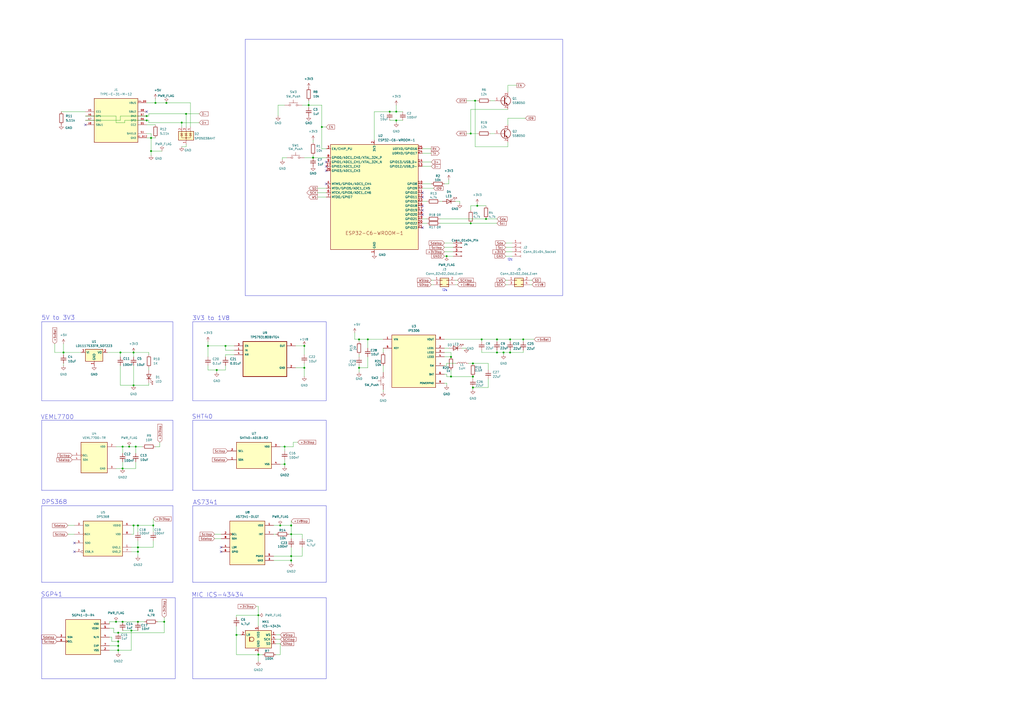
<source format=kicad_sch>
(kicad_sch (version 20250114) (generator "eeschema") (generator_version "9.0")
  (paper "A2")
  (text "i2s\n" (at 258.064 168.402 0) (effects (font (size 1.27 1.27))))
  (text "SGP41" (at 29.972 344.932 0) (effects (font (size 2.54 2.54))))
  (text "3V3 to 1V8" (at 122.428 184.658 0) (effects (font (size 2.54 2.54))))
  (text "DPS368\n" (at 31.496 291.338 0) (effects (font (size 2.54 2.54))))
  (text "5V to 3V3\n" (at 33.782 184.404 0) (effects (font (size 2.54 2.54))))
  (text "SHT40" (at 117.348 241.808 0) (effects (font (size 2.54 2.54))))
  (text "VEML7700\n" (at 33.274 242.062 0) (effects (font (size 2.54 2.54))))
  (text "MIC ICS-43434\n" (at 126.238 345.186 0) (effects (font (size 2.54 2.54))))
  (text "i2c\n" (at 295.91 150.622 0) (effects (font (size 1.27 1.27))))
  (text "AS7341\n" (at 119.126 291.592 0) (effects (font (size 2.54 2.54))))
  (junction (at 186.69 73.66))
  (junction (at 168.91 325.12))
  (junction (at 168.91 309.88))
  (junction (at 281.94 127))
  (junction (at 120.65 200.66))
  (junction (at 71.12 271.78))
  (junction (at 276.86 119.38))
  (junction (at 68.58 374.65))
  (junction (at 295.91 196.85))
  (junction (at 90.17 59.69))
  (junction (at 213.36 196.85))
  (junction (at 36.83 204.47))
  (junction (at 168.91 322.58))
  (junction (at 288.29 196.85))
  (junction (at 80.01 317.5))
  (junction (at 208.28 196.85))
  (junction (at 261.62 207.01))
  (junction (at 67.31 360.68))
  (junction (at 68.58 372.11))
  (junction (at 208.28 213.36))
  (junction (at 80.01 304.8))
  (junction (at 259.08 148.59))
  (junction (at 78.74 259.08))
  (junction (at 96.52 59.69))
  (junction (at 77.47 204.47))
  (junction (at 226.06 64.77))
  (junction (at 85.09 69.85))
  (junction (at 87.63 87.63))
  (junction (at 303.53 196.85))
  (junction (at 275.59 58.42))
  (junction (at 125.73 214.63))
  (junction (at 77.47 223.52))
  (junction (at 179.07 60.96))
  (junction (at 273.05 77.47))
  (junction (at 295.91 204.47))
  (junction (at 229.87 69.85))
  (junction (at 68.58 367.03))
  (junction (at 77.47 304.8))
  (junction (at 107.95 66.04))
  (junction (at 80.01 320.04))
  (junction (at 149.86 379.73))
  (junction (at 292.1 204.47))
  (junction (at 85.09 67.31))
  (junction (at 176.53 200.66))
  (junction (at 71.12 259.08))
  (junction (at 69.85 204.47))
  (junction (at 165.1 269.24))
  (junction (at 88.9 304.8))
  (junction (at 149.86 356.87))
  (junction (at 74.93 259.08))
  (junction (at 162.56 304.8))
  (junction (at 105.41 71.12))
  (junction (at 137.16 368.3))
  (junction (at 274.32 210.82))
  (junction (at 176.53 213.36))
  (junction (at 274.32 224.79))
  (junction (at 68.58 377.19))
  (junction (at 165.1 259.08))
  (junction (at 168.91 304.8))
  (junction (at 229.87 64.77))
  (junction (at 273.05 129.54))
  (junction (at 80.01 360.68))
  (junction (at 76.2 365.76))
  (junction (at 279.4 196.85))
  (junction (at 261.62 218.44))
  (junction (at 181.61 91.44))
  (junction (at 130.81 200.66))
  (junction (at 95.25 360.68))
  (junction (at 71.12 360.68))
  (junction (at 274.32 218.44))
  (junction (at 87.63 80.01))
  (junction (at 288.29 204.47))
  (no_connect (at 189.23 106.68))
  (no_connect (at 245.11 124.46))
  (no_connect (at 245.11 111.76))
  (no_connect (at 49.53 72.39))
  (no_connect (at 128.27 317.5))
  (no_connect (at 245.11 121.92))
  (no_connect (at 43.18 320.04))
  (no_connect (at 43.18 314.96))
  (no_connect (at 189.23 99.06))
  (no_connect (at 245.11 132.08))
  (no_connect (at 85.09 64.77))
  (no_connect (at 245.11 119.38))
  (no_connect (at 189.23 96.52))
  (no_connect (at 128.27 320.04))
  (no_connect (at 189.23 93.98))
  (no_connect (at 245.11 114.3))
  (wire (pts (xy 273.05 121.92) (xy 273.05 119.38)))
  (wire (pts (xy 167.64 309.88) (xy 168.91 309.88)))
  (wire (pts (xy 160.02 370.84) (xy 162.56 370.84)))
  (wire (pts (xy 293.37 165.1) (xy 294.64 165.1)))
  (wire (pts (xy 257.81 212.09) (xy 259.08 212.09)))
  (polyline (pts (xy 326.39 22.86) (xy 326.39 171.45)))
  (wire (pts (xy 294.64 53.34) (xy 294.64 49.53)))
  (wire (pts (xy 271.78 210.82) (xy 274.32 210.82)))
  (wire (pts (xy 149.86 351.79) (xy 149.86 356.87)))
  (wire (pts (xy 279.4 198.12) (xy 279.4 196.85)))
  (wire (pts (xy 69.85 212.09) (xy 69.85 223.52)))
  (wire (pts (xy 63.5 360.68) (xy 63.5 361.95)))
  (polyline (pts (xy 111.76 243.84) (xy 111.76 284.48)))
  (wire (pts (xy 273.05 77.47) (xy 276.86 77.47)))
  (wire (pts (xy 259.08 210.82) (xy 259.08 212.09)))
  (wire (pts (xy 86.36 66.04) (xy 86.36 67.31)))
  (wire (pts (xy 69.85 69.85) (xy 69.85 67.31)))
  (wire (pts (xy 168.91 309.88) (xy 175.26 309.88)))
  (wire (pts (xy 85.09 77.47) (xy 87.63 77.47)))
  (wire (pts (xy 85.09 59.69) (xy 90.17 59.69)))
  (wire (pts (xy 87.63 77.47) (xy 87.63 80.01)))
  (wire (pts (xy 149.86 356.87) (xy 149.86 363.22)))
  (wire (pts (xy 292.1 204.47) (xy 295.91 204.47)))
  (wire (pts (xy 259.08 222.25) (xy 259.08 223.52)))
  (wire (pts (xy 86.36 213.36) (xy 86.36 214.63)))
  (polyline (pts (xy 111.76 243.84) (xy 189.23 243.84)))
  (wire (pts (xy 67.31 360.68) (xy 71.12 360.68)))
  (wire (pts (xy 273.05 63.5) (xy 273.05 77.47)))
  (wire (pts (xy 165.1 259.08) (xy 162.56 259.08)))
  (wire (pts (xy 259.08 218.44) (xy 261.62 218.44)))
  (wire (pts (xy 36.83 204.47) (xy 46.99 204.47)))
  (wire (pts (xy 71.12 259.08) (xy 74.93 259.08)))
  (wire (pts (xy 245.11 127) (xy 247.65 127)))
  (wire (pts (xy 184.15 114.3) (xy 189.23 114.3)))
  (wire (pts (xy 78.74 259.08) (xy 78.74 262.89)))
  (wire (pts (xy 86.36 66.04) (xy 107.95 66.04)))
  (wire (pts (xy 292.1 205.74) (xy 292.1 204.47)))
  (wire (pts (xy 74.93 259.08) (xy 78.74 259.08)))
  (wire (pts (xy 95.25 360.68) (xy 91.44 360.68)))
  (wire (pts (xy 72.39 71.12) (xy 72.39 69.85)))
  (wire (pts (xy 148.59 351.79) (xy 149.86 351.79)))
  (wire (pts (xy 95.25 358.14) (xy 95.25 360.68)))
  (wire (pts (xy 64.77 372.11) (xy 64.77 369.57)))
  (wire (pts (xy 168.91 302.26) (xy 168.91 304.8)))
  (wire (pts (xy 208.28 205.74) (xy 208.28 207.01)))
  (wire (pts (xy 162.56 304.8) (xy 168.91 304.8)))
  (wire (pts (xy 257.81 222.25) (xy 259.08 222.25)))
  (wire (pts (xy 87.63 80.01) (xy 87.63 87.63)))
  (wire (pts (xy 39.37 304.8) (xy 43.18 304.8)))
  (wire (pts (xy 36.83 212.09) (xy 36.83 210.82)))
  (wire (pts (xy 69.85 67.31) (xy 85.09 67.31)))
  (wire (pts (xy 266.7 116.84) (xy 266.7 118.11)))
  (wire (pts (xy 229.87 60.96) (xy 229.87 64.77)))
  (wire (pts (xy 176.53 205.74) (xy 176.53 200.66)))
  (wire (pts (xy 303.53 196.85) (xy 303.53 198.12)))
  (wire (pts (xy 66.04 364.49) (xy 63.5 364.49)))
  (wire (pts (xy 86.36 69.85) (xy 85.09 69.85)))
  (wire (pts (xy 67.31 259.08) (xy 71.12 259.08)))
  (wire (pts (xy 77.47 204.47) (xy 77.47 207.01)))
  (wire (pts (xy 88.9 308.61) (xy 88.9 304.8)))
  (wire (pts (xy 158.75 304.8) (xy 162.56 304.8)))
  (polyline (pts (xy 111.76 186.69) (xy 111.76 232.41)))
  (polyline (pts (xy 111.76 293.37) (xy 189.23 293.37)))
  (wire (pts (xy 283.21 224.79) (xy 274.32 224.79)))
  (wire (pts (xy 76.2 365.76) (xy 80.01 365.76)))
  (wire (pts (xy 161.29 60.96) (xy 165.1 60.96)))
  (wire (pts (xy 308.61 162.56) (xy 307.34 162.56)))
  (wire (pts (xy 245.11 109.22) (xy 251.46 109.22)))
  (wire (pts (xy 135.89 205.74) (xy 130.81 205.74)))
  (wire (pts (xy 87.63 87.63) (xy 87.63 90.17)))
  (wire (pts (xy 275.59 58.42) (xy 275.59 85.09)))
  (wire (pts (xy 168.91 322.58) (xy 168.91 325.12)))
  (wire (pts (xy 303.53 204.47) (xy 295.91 204.47)))
  (wire (pts (xy 257.81 207.01) (xy 261.62 207.01)))
  (wire (pts (xy 295.91 203.2) (xy 295.91 204.47)))
  (polyline (pts (xy 100.33 337.82) (xy 100.33 293.37)))
  (polyline (pts (xy 111.76 232.41) (xy 189.23 232.41)))
  (wire (pts (xy 250.19 162.56) (xy 251.46 162.56)))
  (wire (pts (xy 67.31 67.31) (xy 67.31 71.12)))
  (wire (pts (xy 36.83 199.39) (xy 36.83 204.47)))
  (wire (pts (xy 279.4 196.85) (xy 288.29 196.85)))
  (wire (pts (xy 274.32 226.06) (xy 274.32 224.79)))
  (wire (pts (xy 175.26 60.96) (xy 179.07 60.96)))
  (wire (pts (xy 283.21 219.71) (xy 283.21 224.79)))
  (wire (pts (xy 171.45 213.36) (xy 176.53 213.36)))
  (polyline (pts (xy 101.6 393.7) (xy 101.6 346.71)))
  (wire (pts (xy 66.04 367.03) (xy 66.04 364.49)))
  (wire (pts (xy 71.12 365.76) (xy 76.2 365.76)))
  (wire (pts (xy 160.02 309.88) (xy 158.75 309.88)))
  (polyline (pts (xy 24.13 346.71) (xy 24.13 393.7)))
  (wire (pts (xy 87.63 80.01) (xy 90.17 80.01)))
  (wire (pts (xy 137.16 368.3) (xy 137.16 379.73)))
  (wire (pts (xy 274.32 210.82) (xy 283.21 210.82)))
  (wire (pts (xy 288.29 204.47) (xy 292.1 204.47)))
  (wire (pts (xy 274.32 218.44) (xy 274.32 219.71)))
  (wire (pts (xy 264.16 116.84) (xy 266.7 116.84)))
  (wire (pts (xy 105.41 71.12) (xy 115.57 71.12)))
  (wire (pts (xy 175.26 312.42) (xy 175.26 309.88)))
  (wire (pts (xy 275.59 58.42) (xy 276.86 58.42)))
  (wire (pts (xy 288.29 198.12) (xy 288.29 196.85)))
  (polyline (pts (xy 111.76 337.82) (xy 189.23 337.82)))
  (wire (pts (xy 222.25 201.93) (xy 222.25 204.47)))
  (wire (pts (xy 281.94 127) (xy 288.29 127)))
  (polyline (pts (xy 24.13 284.48) (xy 100.33 284.48)))
  (wire (pts (xy 294.64 49.53) (xy 299.72 49.53)))
  (wire (pts (xy 229.87 69.85) (xy 233.68 69.85)))
  (wire (pts (xy 270.51 77.47) (xy 273.05 77.47)))
  (wire (pts (xy 293.37 162.56) (xy 294.64 162.56)))
  (wire (pts (xy 176.53 213.36) (xy 176.53 218.44)))
  (polyline (pts (xy 111.76 346.71) (xy 111.76 393.7)))
  (wire (pts (xy 264.16 162.56) (xy 265.43 162.56)))
  (wire (pts (xy 76.2 365.76) (xy 76.2 377.19)))
  (wire (pts (xy 107.95 83.82) (xy 107.95 85.09)))
  (wire (pts (xy 76.2 320.04) (xy 80.01 320.04)))
  (wire (pts (xy 205.74 193.04) (xy 205.74 196.85)))
  (wire (pts (xy 260.35 106.68) (xy 257.81 106.68)))
  (wire (pts (xy 245.11 93.98) (xy 250.19 93.98)))
  (wire (pts (xy 35.56 64.77) (xy 49.53 64.77)))
  (polyline (pts (xy 24.13 232.41) (xy 100.33 232.41)))
  (wire (pts (xy 288.29 196.85) (xy 295.91 196.85)))
  (wire (pts (xy 261.62 214.63) (xy 261.62 218.44)))
  (wire (pts (xy 135.89 203.2) (xy 130.81 203.2)))
  (polyline (pts (xy 24.13 186.69) (xy 100.33 186.69)))
  (wire (pts (xy 165.1 261.62) (xy 165.1 259.08)))
  (wire (pts (xy 170.18 259.08) (xy 165.1 259.08)))
  (wire (pts (xy 130.81 214.63) (xy 130.81 212.09)))
  (wire (pts (xy 76.2 377.19) (xy 68.58 377.19)))
  (wire (pts (xy 68.58 367.03) (xy 95.25 367.03)))
  (polyline (pts (xy 189.23 284.48) (xy 189.23 243.84)))
  (wire (pts (xy 294.64 82.55) (xy 294.64 85.09)))
  (wire (pts (xy 105.41 71.12) (xy 105.41 73.66)))
  (wire (pts (xy 245.11 88.9) (xy 250.19 88.9)))
  (polyline (pts (xy 24.13 243.84) (xy 24.13 284.48)))
  (wire (pts (xy 229.87 64.77) (xy 233.68 64.77)))
  (wire (pts (xy 71.12 360.68) (xy 80.01 360.68)))
  (wire (pts (xy 168.91 325.12) (xy 168.91 326.39)))
  (wire (pts (xy 80.01 313.69) (xy 80.01 317.5)))
  (wire (pts (xy 125.73 215.9) (xy 125.73 214.63)))
  (wire (pts (xy 63.5 377.19) (xy 68.58 377.19)))
  (wire (pts (xy 31.75 199.39) (xy 31.75 204.47)))
  (polyline (pts (xy 189.23 232.41) (xy 189.23 186.69)))
  (wire (pts (xy 284.48 58.42) (xy 287.02 58.42)))
  (polyline (pts (xy 24.13 293.37) (xy 24.13 337.82)))
  (wire (pts (xy 283.21 214.63) (xy 283.21 210.82)))
  (wire (pts (xy 120.65 200.66) (xy 120.65 207.01)))
  (wire (pts (xy 293.37 146.05) (xy 297.18 146.05)))
  (wire (pts (xy 149.86 379.73) (xy 149.86 378.46)))
  (wire (pts (xy 303.53 203.2) (xy 303.53 204.47)))
  (polyline (pts (xy 189.23 393.7) (xy 189.23 346.71)))
  (wire (pts (xy 66.04 367.03) (xy 68.58 367.03)))
  (wire (pts (xy 261.62 218.44) (xy 274.32 218.44)))
  (wire (pts (xy 77.47 223.52) (xy 86.36 223.52)))
  (wire (pts (xy 80.01 320.04) (xy 80.01 322.58)))
  (wire (pts (xy 171.45 200.66) (xy 176.53 200.66)))
  (wire (pts (xy 130.81 205.74) (xy 130.81 207.01)))
  (wire (pts (xy 255.27 129.54) (xy 273.05 129.54)))
  (wire (pts (xy 179.07 58.42) (xy 179.07 60.96)))
  (wire (pts (xy 181.61 90.17) (xy 181.61 91.44)))
  (wire (pts (xy 110.49 59.69) (xy 96.52 59.69)))
  (wire (pts (xy 149.86 379.73) (xy 149.86 383.54)))
  (wire (pts (xy 137.16 358.14) (xy 137.16 356.87)))
  (wire (pts (xy 137.16 363.22) (xy 137.16 368.3)))
  (wire (pts (xy 261.62 204.47) (xy 261.62 207.01)))
  (wire (pts (xy 293.37 140.97) (xy 297.18 140.97)))
  (wire (pts (xy 163.83 91.44) (xy 166.37 91.44)))
  (wire (pts (xy 186.69 86.36) (xy 189.23 86.36)))
  (wire (pts (xy 295.91 196.85) (xy 303.53 196.85)))
  (wire (pts (xy 208.28 196.85) (xy 213.36 196.85)))
  (wire (pts (xy 49.53 69.85) (xy 69.85 69.85)))
  (wire (pts (xy 189.23 73.66) (xy 186.69 73.66)))
  (wire (pts (xy 80.01 308.61) (xy 80.01 304.8)))
  (wire (pts (xy 175.26 317.5) (xy 175.26 322.58)))
  (wire (pts (xy 86.36 223.52) (xy 86.36 222.25)))
  (wire (pts (xy 86.36 67.31) (xy 85.09 67.31)))
  (wire (pts (xy 77.47 304.8) (xy 77.47 309.88)))
  (wire (pts (xy 77.47 212.09) (xy 77.47 223.52)))
  (wire (pts (xy 293.37 148.59) (xy 297.18 148.59)))
  (wire (pts (xy 49.53 67.31) (xy 67.31 67.31)))
  (wire (pts (xy 80.01 304.8) (xy 77.47 304.8)))
  (wire (pts (xy 80.01 317.5) (xy 88.9 317.5)))
  (wire (pts (xy 245.11 106.68) (xy 250.19 106.68)))
  (wire (pts (xy 161.29 60.96) (xy 161.29 67.31)))
  (wire (pts (xy 170.18 256.54) (xy 172.72 256.54)))
  (wire (pts (xy 67.31 71.12) (xy 72.39 71.12)))
  (wire (pts (xy 80.01 317.5) (xy 80.01 320.04)))
  (wire (pts (xy 85.09 80.01) (xy 87.63 80.01)))
  (wire (pts (xy 120.65 212.09) (xy 120.65 214.63)))
  (wire (pts (xy 62.23 204.47) (xy 69.85 204.47)))
  (wire (pts (xy 36.83 204.47) (xy 36.83 205.74)))
  (wire (pts (xy 184.15 109.22) (xy 189.23 109.22)))
  (wire (pts (xy 186.69 73.66) (xy 186.69 86.36)))
  (wire (pts (xy 107.95 85.09) (xy 105.41 85.09)))
  (wire (pts (xy 158.75 325.12) (xy 168.91 325.12)))
  (wire (pts (xy 222.25 212.09) (xy 222.25 215.9)))
  (polyline (pts (xy 24.13 346.71) (xy 101.6 346.71)))
  (polyline (pts (xy 24.13 186.69) (xy 24.13 232.41)))
  (wire (pts (xy 226.06 69.85) (xy 229.87 69.85)))
  (wire (pts (xy 95.25 360.68) (xy 95.25 367.03)))
  (wire (pts (xy 162.56 379.73) (xy 162.56 373.38)))
  (wire (pts (xy 255.27 116.84) (xy 256.54 116.84)))
  (wire (pts (xy 273.05 119.38) (xy 276.86 119.38)))
  (wire (pts (xy 186.69 60.96) (xy 186.69 73.66)))
  (wire (pts (xy 245.11 86.36) (xy 250.19 86.36)))
  (wire (pts (xy 208.28 213.36) (xy 208.28 215.9)))
  (wire (pts (xy 90.17 59.69) (xy 90.17 57.15)))
  (wire (pts (xy 262.89 143.51) (xy 257.81 143.51)))
  (wire (pts (xy 69.85 204.47) (xy 69.85 207.01)))
  (wire (pts (xy 294.64 63.5) (xy 273.05 63.5)))
  (wire (pts (xy 135.89 200.66) (xy 130.81 200.66)))
  (wire (pts (xy 86.36 205.74) (xy 86.36 204.47)))
  (polyline (pts (xy 111.76 284.48) (xy 189.23 284.48)))
  (polyline (pts (xy 24.13 337.82) (xy 100.33 337.82)))
  (wire (pts (xy 273.05 129.54) (xy 288.29 129.54)))
  (wire (pts (xy 175.26 322.58) (xy 168.91 322.58)))
  (wire (pts (xy 71.12 259.08) (xy 71.12 262.89)))
  (polyline (pts (xy 189.23 186.69) (xy 111.76 186.69)))
  (wire (pts (xy 229.87 69.85) (xy 229.87 71.12)))
  (wire (pts (xy 64.77 372.11) (xy 68.58 372.11)))
  (wire (pts (xy 245.11 129.54) (xy 247.65 129.54)))
  (wire (pts (xy 86.36 71.12) (xy 86.36 69.85)))
  (wire (pts (xy 181.61 81.28) (xy 181.61 82.55)))
  (wire (pts (xy 267.97 201.93) (xy 270.51 201.93)))
  (wire (pts (xy 149.86 379.73) (xy 152.4 379.73)))
  (wire (pts (xy 125.73 214.63) (xy 130.81 214.63)))
  (wire (pts (xy 124.46 312.42) (xy 128.27 312.42)))
  (wire (pts (xy 162.56 269.24) (xy 165.1 269.24)))
  (wire (pts (xy 92.71 256.54) (xy 92.71 259.08)))
  (wire (pts (xy 262.89 146.05) (xy 257.81 146.05)))
  (wire (pts (xy 262.89 140.97) (xy 257.81 140.97)))
  (wire (pts (xy 304.8 68.58) (xy 294.64 68.58)))
  (polyline (pts (xy 111.76 346.71) (xy 189.23 346.71)))
  (wire (pts (xy 257.81 196.85) (xy 279.4 196.85)))
  (wire (pts (xy 69.85 223.52) (xy 77.47 223.52)))
  (wire (pts (xy 162.56 373.38) (xy 160.02 373.38)))
  (wire (pts (xy 120.65 214.63) (xy 125.73 214.63)))
  (polyline (pts (xy 142.24 171.45) (xy 326.39 171.45)))
  (wire (pts (xy 77.47 204.47) (xy 86.36 204.47)))
  (wire (pts (xy 107.95 66.04) (xy 115.57 66.04)))
  (wire (pts (xy 257.81 201.93) (xy 260.35 201.93)))
  (wire (pts (xy 276.86 119.38) (xy 281.94 119.38)))
  (wire (pts (xy 130.81 200.66) (xy 120.65 200.66)))
  (wire (pts (xy 176.53 210.82) (xy 176.53 213.36)))
  (wire (pts (xy 88.9 313.69) (xy 88.9 317.5)))
  (wire (pts (xy 279.4 203.2) (xy 279.4 204.47)))
  (wire (pts (xy 295.91 198.12) (xy 295.91 196.85)))
  (wire (pts (xy 217.17 64.77) (xy 217.17 81.28)))
  (wire (pts (xy 264.16 165.1) (xy 265.43 165.1)))
  (wire (pts (xy 80.01 360.68) (xy 83.82 360.68)))
  (polyline (pts (xy 24.13 243.84) (xy 100.33 243.84)))
  (wire (pts (xy 257.81 148.59) (xy 259.08 148.59)))
  (wire (pts (xy 213.36 201.93) (xy 213.36 196.85)))
  (wire (pts (xy 68.58 378.46) (xy 68.58 377.19)))
  (wire (pts (xy 259.08 210.82) (xy 264.16 210.82)))
  (wire (pts (xy 208.28 198.12) (xy 208.28 196.85)))
  (wire (pts (xy 213.36 196.85) (xy 222.25 196.85)))
  (wire (pts (xy 259.08 148.59) (xy 262.89 148.59)))
  (wire (pts (xy 165.1 266.7) (xy 165.1 269.24)))
  (wire (pts (xy 255.27 127) (xy 281.94 127)))
  (wire (pts (xy 245.11 96.52) (xy 250.19 96.52)))
  (polyline (pts (xy 142.24 22.86) (xy 326.39 22.86)))
  (wire (pts (xy 270.51 58.42) (xy 275.59 58.42)))
  (wire (pts (xy 77.47 304.8) (xy 76.2 304.8)))
  (wire (pts (xy 303.53 196.85) (xy 309.88 196.85)))
  (polyline (pts (xy 189.23 337.82) (xy 189.23 293.37)))
  (wire (pts (xy 107.95 66.04) (xy 107.95 73.66)))
  (wire (pts (xy 160.02 368.3) (xy 162.56 368.3)))
  (wire (pts (xy 294.64 68.58) (xy 294.64 72.39)))
  (wire (pts (xy 90.17 59.69) (xy 96.52 59.69)))
  (wire (pts (xy 71.12 271.78) (xy 78.74 271.78)))
  (polyline (pts (xy 100.33 232.41) (xy 100.33 186.69)))
  (wire (pts (xy 288.29 203.2) (xy 288.29 204.47)))
  (wire (pts (xy 160.02 379.73) (xy 162.56 379.73)))
  (wire (pts (xy 68.58 374.65) (xy 68.58 372.11)))
  (wire (pts (xy 78.74 259.08) (xy 82.55 259.08)))
  (wire (pts (xy 92.71 259.08) (xy 90.17 259.08)))
  (polyline (pts (xy 142.24 22.86) (xy 142.24 171.45)))
  (wire (pts (xy 72.39 69.85) (xy 85.09 69.85)))
  (wire (pts (xy 293.37 143.51) (xy 297.18 143.51)))
  (wire (pts (xy 69.85 204.47) (xy 77.47 204.47)))
  (wire (pts (xy 279.4 204.47) (xy 288.29 204.47)))
  (wire (pts (xy 39.37 309.88) (xy 43.18 309.88)))
  (wire (pts (xy 120.65 198.12) (xy 120.65 200.66)))
  (wire (pts (xy 213.36 207.01) (xy 213.36 213.36)))
  (wire (pts (xy 250.19 165.1) (xy 251.46 165.1)))
  (polyline (pts (xy 24.13 393.7) (xy 101.6 393.7)))
  (wire (pts (xy 168.91 304.8) (xy 168.91 309.88)))
  (wire (pts (xy 64.77 369.57) (xy 63.5 369.57)))
  (wire (pts (xy 213.36 213.36) (xy 208.28 213.36)))
  (wire (pts (xy 186.69 60.96) (xy 179.07 60.96)))
  (wire (pts (xy 88.9 300.99) (xy 88.9 304.8)))
  (wire (pts (xy 276.86 118.11) (xy 276.86 119.38)))
  (wire (pts (xy 85.09 72.39) (xy 90.17 72.39)))
  (wire (pts (xy 137.16 356.87) (xy 149.86 356.87)))
  (wire (pts (xy 158.75 322.58) (xy 168.91 322.58)))
  (wire (pts (xy 170.18 256.54) (xy 170.18 259.08)))
  (wire (pts (xy 130.81 203.2) (xy 130.81 200.66)))
  (wire (pts (xy 179.07 60.96) (xy 179.07 62.23)))
  (wire (pts (xy 257.81 204.47) (xy 261.62 204.47)))
  (wire (pts (xy 184.15 111.76) (xy 189.23 111.76)))
  (polyline (pts (xy 111.76 393.7) (xy 189.23 393.7)))
  (wire (pts (xy 165.1 270.51) (xy 165.1 269.24)))
  (polyline (pts (xy 111.76 293.37) (xy 111.76 337.82)))
  (wire (pts (xy 31.75 204.47) (xy 36.83 204.47)))
  (polyline (pts (xy 100.33 284.48) (xy 100.33 243.84)))
  (wire (pts (xy 168.91 317.5) (xy 168.91 322.58)))
  (wire (pts (xy 294.64 85.09) (xy 275.59 85.09)))
  (wire (pts (xy 181.61 91.44) (xy 189.23 91.44)))
  (wire (pts (xy 76.2 317.5) (xy 80.01 317.5)))
  (wire (pts (xy 88.9 304.8) (xy 80.01 304.8)))
  (wire (pts (xy 137.16 379.73) (xy 149.86 379.73)))
  (wire (pts (xy 176.53 91.44) (xy 181.61 91.44)))
  (wire (pts (xy 226.06 64.77) (xy 217.17 64.77)))
  (wire (pts (xy 208.28 212.09) (xy 208.28 213.36)))
  (wire (pts (xy 68.58 377.19) (xy 68.58 374.65)))
  (wire (pts (xy 76.2 309.88) (xy 77.47 309.88)))
  (wire (pts (xy 124.46 309.88) (xy 128.27 309.88)))
  (wire (pts (xy 163.83 92.71) (xy 163.83 91.44)))
  (wire (pts (xy 78.74 271.78) (xy 78.74 267.97)))
  (wire (pts (xy 259.08 217.17) (xy 259.08 218.44)))
  (wire (pts (xy 67.31 271.78) (xy 71.12 271.78)))
  (wire (pts (xy 87.63 87.63) (xy 93.98 87.63)))
  (wire (pts (xy 222.25 227.33) (xy 222.25 226.06)))
  (wire (pts (xy 139.7 368.3) (xy 137.16 368.3)))
  (wire (pts (xy 168.91 309.88) (xy 168.91 312.42)))
  (wire (pts (xy 110.49 59.69) (xy 110.49 73.66)))
  (wire (pts (xy 245.11 116.84) (xy 247.65 116.84)))
  (polyline (pts (xy 24.13 293.37) (xy 100.33 293.37)))
  (wire (pts (xy 257.81 217.17) (xy 259.08 217.17)))
  (wire (pts (xy 226.06 64.77) (xy 229.87 64.77)))
  (wire (pts (xy 308.61 165.1) (xy 307.34 165.1)))
  (wire (pts (xy 71.12 267.97) (xy 71.12 271.78)))
  (wire (pts (xy 260.35 104.14) (xy 260.35 106.68)))
  (wire (pts (xy 284.48 77.47) (xy 287.02 77.47)))
  (wire (pts (xy 205.74 196.85) (xy 208.28 196.85)))
  (wire (pts (xy 86.36 71.12) (xy 105.41 71.12)))
  (wire (pts (xy 63.5 374.65) (xy 68.58 374.65)))
  (wire (pts (xy 63.5 360.68) (xy 67.31 360.68)))
  (global_label "WStop" (shape input) (at 162.56 368.3 0) (property "Intersheetrefs" "${INTERSHEET_REFS}" (effects (hide yes))))
  (global_label "Sdatop" (shape input) (at 41.91 266.7 180) (property "Intersheetrefs" "${INTERSHEET_REFS}" (effects (hide yes))))
  (global_label "Scltop" (shape input) (at 33.02 372.11 180) (property "Intersheetrefs" "${INTERSHEET_REFS}" (effects (hide yes))))
  (global_label "D-" (shape input) (at 115.57 66.04 0) (property "Intersheetrefs" "${INTERSHEET_REFS}" (effects (hide yes))))
  (global_label "Sdatop" (shape input) (at 33.02 369.57 180) (property "Intersheetrefs" "${INTERSHEET_REFS}" (effects (hide yes))))
  (global_label "Sdatop" (shape input) (at 257.81 140.97 180) (property "Intersheetrefs" "${INTERSHEET_REFS}" (effects (hide yes))))
  (global_label "+3V3top" (shape input) (at 88.9 300.99 0) (property "Intersheetrefs" "${INTERSHEET_REFS}" (effects (hide yes))))
  (global_label "D+" (shape input) (at 115.57 71.12 0) (property "Intersheetrefs" "${INTERSHEET_REFS}" (effects (hide yes))))
  (global_label "IO9" (shape input) (at 304.8 68.58 0) (property "Intersheetrefs" "${INTERSHEET_REFS}" (effects (hide yes))))
  (global_label "GND2" (shape input) (at 257.81 148.59 180) (property "Intersheetrefs" "${INTERSHEET_REFS}" (effects (hide yes))))
  (global_label "+3V3top" (shape input) (at 92.71 256.54 90) (property "Intersheetrefs" "${INTERSHEET_REFS}" (effects (hide yes))))
  (global_label "+3V3top" (shape input) (at 257.81 146.05 180) (property "Intersheetrefs" "${INTERSHEET_REFS}" (effects (hide yes))))
  (global_label "Scltop" (shape input) (at 257.81 143.51 180) (property "Intersheetrefs" "${INTERSHEET_REFS}" (effects (hide yes))))
  (global_label "D-" (shape input) (at 250.19 96.52 0) (property "Intersheetrefs" "${INTERSHEET_REFS}" (effects (hide yes))))
  (global_label "SCKtop" (shape input) (at 265.43 162.56 0) (property "Intersheetrefs" "${INTERSHEET_REFS}" (effects (hide yes))))
  (global_label "+1V8top" (shape input) (at 168.91 302.26 0) (property "Intersheetrefs" "${INTERSHEET_REFS}" (effects (hide yes))))
  (global_label "Scl" (shape input) (at 293.37 143.51 180) (property "Intersheetrefs" "${INTERSHEET_REFS}" (effects (hide yes))))
  (global_label "DTR" (shape output) (at 270.51 58.42 180) (property "Intersheetrefs" "${INTERSHEET_REFS}" (effects (hide yes))))
  (global_label "D+" (shape input) (at 250.19 93.98 0) (property "Intersheetrefs" "${INTERSHEET_REFS}" (effects (hide yes))))
  (global_label "SCK" (shape output) (at 184.15 111.76 180) (property "Intersheetrefs" "${INTERSHEET_REFS}" (effects (hide yes))))
  (global_label "RTS" (shape output) (at 270.51 77.47 180) (property "Intersheetrefs" "${INTERSHEET_REFS}" (effects (hide yes))))
  (global_label "Sda" (shape input) (at 293.37 140.97 180) (property "Intersheetrefs" "${INTERSHEET_REFS}" (effects (hide yes))))
  (global_label "+5vBat" (shape input) (at 31.75 199.39 90) (property "Intersheetrefs" "${INTERSHEET_REFS}" (effects (hide yes))))
  (global_label "RX" (shape output) (at 250.19 86.36 0) (property "Intersheetrefs" "${INTERSHEET_REFS}" (effects (hide yes))))
  (global_label "Scltop" (shape input) (at 41.91 264.16 180) (property "Intersheetrefs" "${INTERSHEET_REFS}" (effects (hide yes))))
  (global_label "+1V8top" (shape input) (at 265.43 165.1 0) (property "Intersheetrefs" "${INTERSHEET_REFS}" (effects (hide yes))))
  (global_label "TX" (shape output) (at 250.19 88.9 0) (property "Intersheetrefs" "${INTERSHEET_REFS}" (effects (hide yes))))
  (global_label "EN" (shape output) (at 299.72 49.53 0) (property "Intersheetrefs" "${INTERSHEET_REFS}" (effects (hide yes))))
  (global_label "+5vBat" (shape input) (at 309.88 196.85 0) (property "Intersheetrefs" "${INTERSHEET_REFS}" (effects (hide yes))))
  (global_label "+3V3top" (shape input) (at 148.59 351.79 180) (property "Intersheetrefs" "${INTERSHEET_REFS}" (effects (hide yes))))
  (global_label "WS" (shape output) (at 184.15 114.3 180) (property "Intersheetrefs" "${INTERSHEET_REFS}" (effects (hide yes))))
  (global_label "GND" (shape input) (at 293.37 148.59 180) (property "Intersheetrefs" "${INTERSHEET_REFS}" (effects (hide yes))))
  (global_label "Scltop" (shape input) (at 124.46 309.88 180) (property "Intersheetrefs" "${INTERSHEET_REFS}" (effects (hide yes))))
  (global_label "Sdatop" (shape input) (at 124.46 312.42 180) (property "Intersheetrefs" "${INTERSHEET_REFS}" (effects (hide yes))))
  (global_label "SDtop" (shape input) (at 250.19 165.1 180) (property "Intersheetrefs" "${INTERSHEET_REFS}" (effects (hide yes))))
  (global_label "Sdatop" (shape input) (at 39.37 304.8 180) (property "Intersheetrefs" "${INTERSHEET_REFS}" (effects (hide yes))))
  (global_label "+3V3top" (shape input) (at 95.25 358.14 90) (property "Intersheetrefs" "${INTERSHEET_REFS}" (effects (hide yes))))
  (global_label "Sda" (shape input) (at 288.29 127 0) (property "Intersheetrefs" "${INTERSHEET_REFS}" (effects (hide yes))))
  (global_label "+1V8" (shape input) (at 308.61 165.1 0) (property "Intersheetrefs" "${INTERSHEET_REFS}" (effects (hide yes))))
  (global_label "IO9" (shape input) (at 251.46 109.22 0) (property "Intersheetrefs" "${INTERSHEET_REFS}" (effects (hide yes))))
  (global_label "SCKtop" (shape input) (at 162.56 370.84 0) (property "Intersheetrefs" "${INTERSHEET_REFS}" (effects (hide yes))))
  (global_label "EN" (shape input) (at 189.23 73.66 0) (property "Intersheetrefs" "${INTERSHEET_REFS}" (effects (hide yes))))
  (global_label "Sdatop" (shape input) (at 132.08 266.7 180) (property "Intersheetrefs" "${INTERSHEET_REFS}" (effects (hide yes))))
  (global_label "Scltop" (shape input) (at 39.37 309.88 180) (property "Intersheetrefs" "${INTERSHEET_REFS}" (effects (hide yes))))
  (global_label "Scl" (shape input) (at 288.29 129.54 0) (property "Intersheetrefs" "${INTERSHEET_REFS}" (effects (hide yes))))
  (global_label "+3V3" (shape input) (at 293.37 146.05 180) (property "Intersheetrefs" "${INTERSHEET_REFS}" (effects (hide yes))))
  (global_label "SCK" (shape input) (at 293.37 165.1 180) (property "Intersheetrefs" "${INTERSHEET_REFS}" (effects (hide yes))))
  (global_label "SD" (shape output) (at 184.15 109.22 180) (property "Intersheetrefs" "${INTERSHEET_REFS}" (effects (hide yes))))
  (global_label "WStop" (shape input) (at 250.19 162.56 180) (property "Intersheetrefs" "${INTERSHEET_REFS}" (effects (hide yes))))
  (global_label "SDtop" (shape input) (at 162.56 373.38 0) (property "Intersheetrefs" "${INTERSHEET_REFS}" (effects (hide yes))))
  (global_label "WS" (shape input) (at 293.37 162.56 180) (property "Intersheetrefs" "${INTERSHEET_REFS}" (effects (hide yes))))
  (global_label "SD" (shape input) (at 308.61 162.56 0) (property "Intersheetrefs" "${INTERSHEET_REFS}" (effects (hide yes))))
  (global_label "+3V3top" (shape input) (at 172.72 256.54 0) (property "Intersheetrefs" "${INTERSHEET_REFS}" (effects (hide yes))))
  (global_label "Scltop" (shape input) (at 132.08 261.62 180) (property "Intersheetrefs" "${INTERSHEET_REFS}" (effects (hide yes))))
  (symbol (lib_id "Device:R") (at 179.07 54.61 0) (unit 1)
    (property "Reference" "R8" (at 181.61 53.3399 0) (effects (justify left)))
    (property "Value" "10k" (at 181.61 55.8799 0) (effects (justify left)))
    (property "Footprint" "Resistor_SMD:R_0603_1608Metric" (effects (hide yes)))
    (property "Description" "Resistor" (effects (hide yes)))
  )
  (symbol (lib_id "Connector_Generic:Conn_02x02_Odd_Even") (at 299.72 162.56 0) (unit 1)
    (property "Reference" "J5" (at 300.99 156.21 0))
    (property "Value" "Conn_02x02_Odd_Even" (at 300.99 158.75 0))
    (property "Footprint" "Connector_PinSocket_2.54mm:PinSocket_2x02_P2.54mm_Vertical" (effects (hide yes)))
    (property "Description" "Generic connector, double row, 02x02, odd/even pin numbering scheme (row 1 odd numbers, row 2 even numbers), script generated (kicad-library-utils/schlib/autogen/connector/)" (effects (hide yes)))
  )
  (symbol (lib_id "power:GND2") (at 149.86 383.54 0) (unit 1)
    (property "Reference" "#PWR016" (effects (hide yes)))
    (property "Value" "GND2" (at 149.86 388.62 0))
    (property "Description" "Power symbol creates a global label with name \"GND2\" , ground" (effects (hide yes)))
  )
  (symbol (lib_id "power:PWR_FLAG") (at 162.56 304.8 0) (unit 1)
    (property "Reference" "#FLG02" (effects (hide yes)))
    (property "Value" "PWR_FLAG" (at 162.56 299.72 0))
    (property "Description" "Special symbol for telling ERC where power comes from" (effects (hide yes)))
  )
  (symbol (lib_id "Device:C_Small") (at 78.74 265.43 0) (unit 1)
    (property "Reference" "C13" (at 81.28 264.1662 0) (effects (justify left)))
    (property "Value" "10uF" (at 81.28 266.7062 0) (effects (justify left)))
    (property "Footprint" "Capacitor_SMD:C_0603_1608Metric" (effects (hide yes)))
    (property "Description" "Unpolarized capacitor, small symbol" (effects (hide yes)))
  )
  (symbol (lib_id "power:GND") (at 208.28 215.9 0) (unit 1)
    (property "Reference" "#PWR024" (effects (hide yes)))
    (property "Value" "GND" (at 208.28 219.71 0))
    (property "Description" "Power symbol creates a global label with name \"GND\" , ground" (effects (hide yes)))
  )
  (symbol (lib_id "Device:R") (at 280.67 77.47 90) (unit 1)
    (property "Reference" "R19" (at 280.67 71.12 90))
    (property "Value" "12k" (at 280.67 73.66 90))
    (property "Footprint" "Resistor_SMD:R_0603_1608Metric" (effects (hide yes)))
    (property "Description" "Resistor" (effects (hide yes)))
  )
  (symbol (lib_id "Device:C_Small") (at 179.07 64.77 0) (unit 1)
    (property "Reference" "C3" (at 181.61 63.5062 0) (effects (justify left)))
    (property "Value" "1uF" (at 181.61 66.0462 0) (effects (justify left)))
    (property "Footprint" "Capacitor_SMD:C_0603_1608Metric" (effects (hide yes)))
    (property "Description" "Unpolarized capacitor, small symbol" (effects (hide yes)))
  )
  (symbol (lib_id "Device:C_Small") (at 295.91 200.66 0) (unit 1)
    (property "Reference" "C10" (at 297.434 199.39 0) (effects (justify left)))
    (property "Value" "22uF" (at 297.688 202.184 0) (effects (justify left)))
    (property "Footprint" "Capacitor_SMD:C_0603_1608Metric" (effects (hide yes)))
    (property "Description" "Unpolarized capacitor, small symbol" (effects (hide yes)))
  )
  (symbol (lib_id "power:GND") (at 87.63 90.17 0) (unit 1)
    (property "Reference" "#PWR018" (effects (hide yes)))
    (property "Value" "GND" (at 91.948 91.948 0))
    (property "Description" "Power symbol creates a global label with name \"GND\" , ground" (effects (hide yes)))
  )
  (symbol (lib_id "Device:R") (at 35.56 68.58 0) (unit 1)
    (property "Reference" "R11" (at 38.1 67.3099 0) (effects (justify left)))
    (property "Value" "5.11k" (at 38.1 69.8499 0) (effects (justify left)))
    (property "Footprint" "Resistor_SMD:R_0603_1608Metric" (effects (hide yes)))
    (property "Description" "Resistor" (effects (hide yes)))
  )
  (symbol (lib_id "Device:C_Small") (at 36.83 208.28 0) (unit 1)
    (property "Reference" "C4" (at 39.37 207.0162 0) (effects (justify left)))
    (property "Value" "10uF" (at 39.37 209.5562 0) (effects (justify left)))
    (property "Footprint" "Capacitor_SMD:C_0603_1608Metric" (effects (hide yes)))
    (property "Description" "Unpolarized capacitor, small symbol" (effects (hide yes)))
  )
  (symbol (lib_id "Device:C_Small") (at 279.4 200.66 0) (unit 1)
    (property "Reference" "C8" (at 281.686 199.39 0) (effects (justify left)))
    (property "Value" "22uF" (at 281.686 201.93 0) (effects (justify left)))
    (property "Footprint" "Capacitor_SMD:C_0603_1608Metric" (effects (hide yes)))
    (property "Description" "Unpolarized capacitor, small symbol" (effects (hide yes)))
  )
  (symbol (lib_id "DPS368:DPS368") (at 48.26 302.26 0) (unit 1)
    (property "Reference" "U5" (at 59.69 297.18 0))
    (property "Value" "DPS368" (at 59.69 299.72 0))
    (property "Footprint" "Biblioteca_Kicad:LGA8S145X65P2X4_200X250X110-V" (effects (hide yes)))
    (property "MF" "Infineon" (effects (hide yes)))
    (property "Description_1" "Package dimensions: 8-pin LGA, 2.0 x 2.5 x 1.1 mm3 |  Operation range:       Pressure: 3001200 hPa    Temperature: -4085C |  Precision:  0.002 hPa (or 0.02 m) |  Rel. accuracy:  0.06 hPa (or 0.5 m) |  Abs. accuracy:  1 hPa (or 8 m) |  Temperature accuracy:  0.5C |  Avg. current consumption: 1.7 A(pressure measurement) @1Hzsampling rate, standby: 0.5 A. |  Integrated FIFO |  Interface: I2C and SPI(both with optional interrupt)" (effects (hide yes)))
    (property "Package" "VFLGA-8 Infineon Technologies" (effects (hide yes)))
    (property "Price" "None" (effects (hide yes)))
    (property "SnapEDA_Link" "https://www.snapeda.com/parts/DPS368/Infineon/view-part/?ref=snap" (effects (hide yes)))
    (property "MP" "DPS368" (effects (hide yes)))
    (property "Availability" "In Stock" (effects (hide yes)))
    (property "Check_prices" "https://www.snapeda.com/parts/DPS368/Infineon/view-part/?ref=eda" (effects (hide yes)))
  )
  (symbol (lib_id "power:GND") (at 161.29 67.31 0) (unit 1)
    (property "Reference" "#PWR010" (effects (hide yes)))
    (property "Value" "GND" (at 161.29 71.374 0))
    (property "Description" "Power symbol creates a global label with name \"GND\" , ground" (effects (hide yes)))
  )
  (symbol (lib_id "Device:C_Small") (at 80.01 311.15 0) (unit 1)
    (property "Reference" "C18" (at 80.772 307.34 0) (effects (justify left)))
    (property "Value" "100nF" (at 80.772 309.372 0) (effects (justify left)))
    (property "Footprint" "Capacitor_SMD:C_0603_1608Metric" (effects (hide yes)))
    (property "Description" "Unpolarized capacitor, small symbol" (effects (hide yes)))
  )
  (symbol (lib_id "power:GND") (at 77.47 223.52 0) (unit 1)
    (property "Reference" "#PWR015" (effects (hide yes)))
    (property "Value" "GND" (at 77.47 228.6 0))
    (property "Description" "Power symbol creates a global label with name \"GND\" , ground" (effects (hide yes)))
  )
  (symbol (lib_id "Power_Protection:SP0503BAHT") (at 107.95 78.74 0) (unit 1)
    (property "Reference" "D2" (at 112.776 77.724 0) (effects (justify left)))
    (property "Value" "SP0503BAHT" (at 112.776 80.264 0) (effects (justify left)))
    (property "Footprint" "Package_TO_SOT_SMD:SOT-143" (effects (hide yes)))
    (property "Datasheet" "http://www.littelfuse.com/~/media/files/littelfuse/technical%20resources/documents/data%20sheets/sp05xxba.pdf" (effects (hide yes)))
    (property "Description" "TVS Diode Array, 5.5V Standoff, 3 Channels, SOT-143 package" (effects (hide yes)))
  )
  (symbol (lib_id "power:+3V3") (at 77.47 204.47 0) (unit 1)
    (property "Reference" "#PWR042" (effects (hide yes)))
    (property "Value" "+3V3" (at 77.47 199.39 0))
    (property "Description" "Power symbol creates a global label with name \"+3V3\"" (effects (hide yes)))
  )
  (symbol (lib_id "Device:R") (at 251.46 129.54 90) (unit 1)
    (property "Reference" "R17" (at 250.698 131.826 90))
    (property "Value" "0R" (at 254.508 131.826 90))
    (property "Footprint" "Resistor_SMD:R_0603_1608Metric" (effects (hide yes)))
    (property "Description" "Resistor" (effects (hide yes)))
  )
  (symbol (lib_id "Device:L") (at 267.97 210.82 90) (unit 1)
    (property "Reference" "L1" (at 267.97 211.582 90))
    (property "Value" "1uH" (at 267.97 213.614 90))
    (property "Description" "Inductor" (effects (hide yes)))
  )
  (symbol (lib_id "power:PWR_FLAG") (at 96.52 59.69 0) (unit 1)
    (property "Reference" "#FLG01" (effects (hide yes)))
    (property "Value" "PWR_FLAG" (at 96.266 55.626 0))
    (property "Description" "Special symbol for telling ERC where power comes from" (effects (hide yes)))
  )
  (symbol (lib_id "Device:C_Small") (at 165.1 264.16 0) (unit 1)
    (property "Reference" "C16" (at 167.64 262.8962 0) (effects (justify left)))
    (property "Value" "100nF" (at 167.64 265.4362 0) (effects (justify left)))
    (property "Footprint" "Capacitor_SMD:C_0603_1608Metric" (effects (hide yes)))
    (property "Description" "Unpolarized capacitor, small symbol" (effects (hide yes)))
  )
  (symbol (lib_id "Device:R") (at 222.25 208.28 0) (unit 1)
    (property "Reference" "R21" (at 219.202 209.55 0))
    (property "Value" "10k" (at 219.456 211.582 0))
    (property "Footprint" "Resistor_SMD:R_0603_1608Metric" (effects (hide yes)))
    (property "Description" "Resistor" (effects (hide yes)))
  )
  (symbol (lib_id "Switch:SW_Push") (at 171.45 91.44 0) (unit 1)
    (property "Reference" "SW1" (at 171.45 84.328 0))
    (property "Value" "SW_Push" (at 171.45 86.36 0))
    (property "Footprint" "Biblioteca_Kicad:SW_3-1437565-0" (effects (hide yes)))
    (property "Description" "Push button switch, generic, two pins" (effects (hide yes)))
  )
  (symbol (lib_id "power:PWR_FLAG") (at 149.86 356.87 270) (unit 1)
    (property "Reference" "#FLG06" (effects (hide yes)))
    (property "Value" "PWR_FLAG" (at 153.67 356.8699 90) (effects (justify left)))
    (property "Description" "Special symbol for telling ERC where power comes from" (effects (hide yes)))
  )
  (symbol (lib_id "Device:C_Small") (at 80.01 363.22 0) (unit 1)
    (property "Reference" "C17" (at 81.788 362.712 0) (effects (justify left)))
    (property "Value" "10nF" (at 82.042 364.744 0) (effects (justify left)))
    (property "Footprint" "Capacitor_SMD:C_0603_1608Metric" (effects (hide yes)))
    (property "Description" "Unpolarized capacitor, small symbol" (effects (hide yes)))
  )
  (symbol (lib_id "power:PWR_FLAG") (at 259.08 148.59 180) (unit 1)
    (property "Reference" "#FLG07" (effects (hide yes)))
    (property "Value" "PWR_FLAG" (at 259.08 153.67 0))
    (property "Description" "Special symbol for telling ERC where power comes from" (effects (hide yes)))
  )
  (symbol (lib_id "power:GND") (at 181.61 96.52 0) (unit 1)
    (property "Reference" "#PWR021" (effects (hide yes)))
    (property "Value" "GND" (at 181.61 100.584 0))
    (property "Description" "Power symbol creates a global label with name \"GND\" , ground" (effects (hide yes)))
  )
  (symbol (lib_id "Device:R") (at 208.28 201.93 0) (unit 1)
    (property "Reference" "R15" (at 203.708 201.93 90))
    (property "Value" "2R" (at 205.994 201.93 90))
    (property "Footprint" "Resistor_SMD:R_0603_1608Metric" (effects (hide yes)))
    (property "Description" "Resistor" (effects (hide yes)))
  )
  (symbol (lib_id "Device:C_Small") (at 283.21 217.17 0) (unit 1)
    (property "Reference" "C27" (at 285.75 215.9062 0) (effects (justify left)))
    (property "Value" "22uF" (at 285.75 218.4462 0) (effects (justify left)))
    (property "Footprint" "Capacitor_SMD:C_0603_1608Metric" (effects (hide yes)))
    (property "Description" "Unpolarized capacitor, small symbol" (effects (hide yes)))
  )
  (symbol (lib_id "Switch:SW_Push") (at 170.18 60.96 0) (unit 1)
    (property "Reference" "SW3" (at 170.18 53.34 0))
    (property "Value" "SW_Push" (at 170.18 55.88 0))
    (property "Footprint" "Biblioteca_Kicad:SW_3-1437565-0" (effects (hide yes)))
    (property "Description" "Push button switch, generic, two pins" (effects (hide yes)))
  )
  (symbol (lib_id "Device:R") (at 87.63 360.68 90) (unit 1)
    (property "Reference" "R3" (at 87.63 354.33 90))
    (property "Value" "4.7R" (at 87.63 356.87 90))
    (property "Footprint" "Resistor_SMD:R_0603_1608Metric" (effects (hide yes)))
    (property "Description" "Resistor" (effects (hide yes)))
  )
  (symbol (lib_id "Device:C_Small") (at 120.65 209.55 0) (unit 1)
    (property "Reference" "C20" (at 123.19 208.2862 0) (effects (justify left)))
    (property "Value" "0.1uF" (at 123.19 210.8262 0) (effects (justify left)))
    (property "Footprint" "Capacitor_SMD:C_0603_1608Metric" (effects (hide yes)))
    (property "Description" "Unpolarized capacitor, small symbol" (effects (hide yes)))
  )
  (symbol (lib_id "power:PWR_FLAG") (at 93.98 87.63 0) (unit 1)
    (property "Reference" "#FLG03" (effects (hide yes)))
    (property "Value" "PWR_FLAG" (at 94.742 83.566 0))
    (property "Description" "Special symbol for telling ERC where power comes from" (effects (hide yes)))
  )
  (symbol (lib_id "power:GND2") (at 168.91 326.39 0) (unit 1)
    (property "Reference" "#PWR09" (effects (hide yes)))
    (property "Value" "GND2" (at 168.91 331.47 0))
    (property "Description" "Power symbol creates a global label with name \"GND2\" , ground" (effects (hide yes)))
  )
  (symbol (lib_id "power:GND") (at 222.25 227.33 0) (unit 1)
    (property "Reference" "#PWR031" (effects (hide yes)))
    (property "Value" "GND" (at 222.25 232.41 0))
    (property "Description" "Power symbol creates a global label with name \"GND\" , ground" (effects (hide yes)))
  )
  (symbol (lib_id "Device:C_Small") (at 69.85 209.55 0) (unit 1)
    (property "Reference" "C11" (at 71.374 208.026 0) (effects (justify left)))
    (property "Value" "100nF" (at 71.12 211.582 0) (effects (justify left)))
    (property "Footprint" "Capacitor_SMD:C_0603_1608Metric" (effects (hide yes)))
    (property "Description" "Unpolarized capacitor, small symbol" (effects (hide yes)))
  )
  (symbol (lib_id "power:+5V") (at 36.83 199.39 0) (unit 1)
    (property "Reference" "#PWR06" (effects (hide yes)))
    (property "Value" "+5V" (at 36.83 194.31 0))
    (property "Description" "Power symbol creates a global label with name \"+5V\"" (effects (hide yes)))
  )
  (symbol (lib_id "power:GND") (at 266.7 118.11 0) (unit 1)
    (property "Reference" "#PWR033" (effects (hide yes)))
    (property "Value" "GND" (at 263.906 121.158 0))
    (property "Description" "Power symbol creates a global label with name \"GND\" , ground" (effects (hide yes)))
  )
  (symbol (lib_id "Device:C_Small") (at 168.91 314.96 0) (unit 1)
    (property "Reference" "C23" (at 162.814 314.96 0) (effects (justify left)))
    (property "Value" "100nF" (at 161.036 316.992 0) (effects (justify left)))
    (property "Footprint" "Capacitor_SMD:C_0603_1608Metric" (effects (hide yes)))
    (property "Description" "Unpolarized capacitor, small symbol" (effects (hide yes)))
  )
  (symbol (lib_id "power:GND") (at 229.87 71.12 0) (unit 1)
    (property "Reference" "#PWR03" (effects (hide yes)))
    (property "Value" "GND" (at 229.87 76.2 0))
    (property "Description" "Power symbol creates a global label with name \"GND\" , ground" (effects (hide yes)))
  )
  (symbol (lib_id "power:+3V3") (at 229.87 60.96 0) (unit 1)
    (property "Reference" "#PWR05" (effects (hide yes)))
    (property "Value" "+3V3" (at 229.87 55.88 0))
    (property "Description" "Power symbol creates a global label with name \"+3V3\"" (effects (hide yes)))
  )
  (symbol (lib_id "power:GND2") (at 80.01 322.58 0) (unit 1)
    (property "Reference" "#PWR022" (effects (hide yes)))
    (property "Value" "GND2" (at 80.01 327.66 0))
    (property "Description" "Power symbol creates a global label with name \"GND2\" , ground" (effects (hide yes)))
  )
  (symbol (lib_id "power:GND") (at 217.17 147.32 0) (unit 1)
    (property "Reference" "#PWR04" (effects (hide yes)))
    (property "Value" "GND" (at 221.742 147.828 0))
    (property "Description" "Power symbol creates a global label with name \"GND\" , ground" (effects (hide yes)))
  )
  (symbol (lib_id "Device:R") (at 273.05 125.73 180) (unit 1)
    (property "Reference" "R5" (at 275.844 123.698 0))
    (property "Value" "4.7k" (at 276.606 125.73 0))
    (property "Footprint" "Resistor_SMD:R_0603_1608Metric" (effects (hide yes)))
    (property "Description" "Resistor" (effects (hide yes)))
  )
  (symbol (lib_id "power:GND") (at 54.61 212.09 0) (unit 1)
    (property "Reference" "#PWR013" (effects (hide yes)))
    (property "Value" "GND" (at 54.61 217.17 0))
    (property "Description" "Power symbol creates a global label with name \"GND\" , ground" (effects (hide yes)))
  )
  (symbol (lib_id "Regulator_Linear:LD1117S33TR_SOT223") (at 54.61 204.47 0) (unit 1)
    (property "Reference" "U1" (at 54.61 198.12 0))
    (property "Value" "LD1117S33TR_SOT223" (at 54.61 200.66 0))
    (property "Footprint" "Package_TO_SOT_SMD:SOT-223-3_TabPin2" (effects (hide yes)))
    (property "Datasheet" "http://www.st.com/st-web-ui/static/active/en/resource/technical/document/datasheet/CD00000544.pdf" (effects (hide yes)))
    (property "Description" "800mA Fixed Low Drop Positive Voltage Regulator, Fixed Output 3.3V, SOT-223" (effects (hide yes)))
  )
  (symbol (lib_id "Device:C_Small") (at 233.68 67.31 0) (unit 1)
    (property "Reference" "C2" (at 235.966 65.786 0) (effects (justify left)))
    (property "Value" "100nF" (at 235.966 68.072 0) (effects (justify left)))
    (property "Footprint" "Capacitor_SMD:C_0603_1608Metric" (effects (hide yes)))
    (property "Description" "Unpolarized capacitor, small symbol" (effects (hide yes)))
  )
  (symbol (lib_id "Device:R") (at 86.36 259.08 90) (unit 1)
    (property "Reference" "R9" (at 86.36 252.73 90))
    (property "Value" "10R" (at 86.36 255.27 90))
    (property "Footprint" "Resistor_SMD:R_0603_1608Metric" (effects (hide yes)))
    (property "Description" "Resistor" (effects (hide yes)))
  )
  (symbol (lib_id "Device:R") (at 261.62 210.82 0) (unit 1)
    (property "Reference" "R20" (at 258.572 213.36 0))
    (property "Value" "1k" (at 260.096 215.138 0))
    (property "Footprint" "Resistor_SMD:R_0603_1608Metric" (effects (hide yes)))
    (property "Description" "Resistor" (effects (hide yes)))
  )
  (symbol (lib_id "power:GND") (at 292.1 205.74 0) (unit 1)
    (property "Reference" "#PWR026" (effects (hide yes)))
    (property "Value" "GND" (at 292.1 210.82 0))
    (property "Description" "Power symbol creates a global label with name \"GND\" , ground" (effects (hide yes)))
  )
  (symbol (lib_id "Device:C_Small") (at 303.53 200.66 0) (unit 1)
    (property "Reference" "C25" (at 305.816 199.39 0) (effects (justify left)))
    (property "Value" "22uF" (at 305.562 202.184 0) (effects (justify left)))
    (property "Footprint" "Capacitor_SMD:C_0603_1608Metric" (effects (hide yes)))
    (property "Description" "Unpolarized capacitor, small symbol" (effects (hide yes)))
  )
  (symbol (lib_id "Device:C_Small") (at 77.47 209.55 0) (unit 1)
    (property "Reference" "C5" (at 79.502 208.026 0) (effects (justify left)))
    (property "Value" "10uF" (at 79.248 211.582 0) (effects (justify left)))
    (property "Footprint" "Capacitor_SMD:C_0603_1608Metric" (effects (hide yes)))
    (property "Description" "Unpolarized capacitor, small symbol" (effects (hide yes)))
  )
  (symbol (lib_id "Device:R") (at 254 106.68 270) (unit 1)
    (property "Reference" "R2" (at 254 102.108 90))
    (property "Value" "10k" (at 254 104.394 90))
    (property "Footprint" "Resistor_SMD:R_0603_1608Metric" (effects (hide yes)))
    (property "Description" "Resistor" (effects (hide yes)))
  )
  (symbol (lib_id "power:GND") (at 270.51 201.93 0) (unit 1)
    (property "Reference" "#PWR030" (effects (hide yes)))
    (property "Value" "GND" (at 272.796 202.184 0))
    (property "Description" "Power symbol creates a global label with name \"GND\" , ground" (effects (hide yes)))
  )
  (symbol (lib_id "IP5306:IP5306") (at 240.03 209.55 0) (unit 1)
    (property "Reference" "U3" (at 240.03 189.23 0))
    (property "Value" "IP5306" (at 240.03 191.77 0))
    (property "Footprint" "IP5306:SOP127P600X165-9N" (effects (hide yes)))
    (property "MF" "Injoinic" (effects (hide yes)))
    (property "MAXIMUM_PACKAGE_HEIGHT" "1.65mm" (effects (hide yes)))
    (property "Package" "eSOP8 INJOINIC" (effects (hide yes)))
    (property "Price" "None" (effects (hide yes)))
    (property "Check_prices" "https://www.snapeda.com/parts/IP5306/Injoinic/view-part/?ref=eda" (effects (hide yes)))
    (property "STANDARD" "IPC-7351B" (effects (hide yes)))
    (property "PARTREV" "1.31" (effects (hide yes)))
    (property "SnapEDA_Link" "https://www.snapeda.com/parts/IP5306/Injoinic/view-part/?ref=snap" (effects (hide yes)))
    (property "MP" "IP5306" (effects (hide yes)))
    (property "Description_1" "Fully-Integrated Power Bank System-On-Chip with 2.1A charger, 2.4A discharger" (effects (hide yes)))
    (property "Availability" "In Stock" (effects (hide yes)))
    (property "MANUFACTURER" "Injoinic" (effects (hide yes)))
  )
  (symbol (lib_id "Device:R") (at 281.94 123.19 180) (unit 1)
    (property "Reference" "R4" (at 284.734 123.444 0))
    (property "Value" "4.7k" (at 285.496 125.73 0))
    (property "Footprint" "Resistor_SMD:R_0603_1608Metric" (effects (hide yes)))
    (property "Description" "Resistor" (effects (hide yes)))
  )
  (symbol (lib_id "power:+1V8") (at 176.53 200.66 0) (unit 1)
    (property "Reference" "#PWR025" (effects (hide yes)))
    (property "Value" "+1V8" (at 176.276 196.85 0))
    (property "Description" "Power symbol creates a global label with name \"+1V8\"" (effects (hide yes)))
  )
  (symbol (lib_id "Device:C_Small") (at 213.36 204.47 0) (unit 1)
    (property "Reference" "C28" (at 214.884 203.2 0) (effects (justify left)))
    (property "Value" "10uF" (at 215.138 205.486 0) (effects (justify left)))
    (property "Footprint" "Capacitor_SMD:C_0603_1608Metric" (effects (hide yes)))
    (property "Description" "Unpolarized capacitor, small symbol" (effects (hide yes)))
  )
  (symbol (lib_id "Device:R") (at 274.32 214.63 0) (unit 1)
    (property "Reference" "R16" (at 277.368 213.106 0))
    (property "Value" "0.5R" (at 277.622 214.884 0))
    (property "Footprint" "Resistor_SMD:R_0603_1608Metric" (effects (hide yes)))
    (property "Description" "Resistor" (effects (hide yes)))
  )
  (symbol (lib_id "Device:C_Small") (at 137.16 360.68 0) (unit 1)
    (property "Reference" "C6" (at 139.7 359.4162 0) (effects (justify left)))
    (property "Value" "4.7uF" (at 139.7 361.9562 0) (effects (justify left)))
    (property "Footprint" "Capacitor_SMD:C_0603_1608Metric" (effects (hide yes)))
    (property "Description" "Unpolarized capacitor, small symbol" (effects (hide yes)))
  )
  (symbol (lib_id "Switch:SW_Push") (at 222.25 220.98 90) (unit 1)
    (property "Reference" "SW2" (at 217.424 219.202 90))
    (property "Value" "SW_Push" (at 215.646 223.266 90))
    (property "Footprint" "Biblioteca_Kicad:SW_3-1437565-0" (effects (hide yes)))
    (property "Description" "Push button switch, generic, two pins" (effects (hide yes)))
  )
  (symbol (lib_id "Device:C_Small") (at 208.28 209.55 0) (unit 1)
    (property "Reference" "C29" (at 202.692 209.55 0) (effects (justify left)))
    (property "Value" "10uF" (at 201.93 211.582 0) (effects (justify left)))
    (property "Footprint" "Capacitor_SMD:C_0603_1608Metric" (effects (hide yes)))
    (property "Description" "Unpolarized capacitor, small symbol" (effects (hide yes)))
  )
  (symbol (lib_id "Device:R") (at 90.17 76.2 0) (unit 1)
    (property "Reference" "R12" (at 92.71 74.9299 0) (effects (justify left)))
    (property "Value" "5.11k" (at 92.71 77.4699 0) (effects (justify left)))
    (property "Footprint" "Resistor_SMD:R_0603_1608Metric" (effects (hide yes)))
    (property "Description" "Resistor" (effects (hide yes)))
  )
  (symbol (lib_id "Device:R") (at 86.36 209.55 0) (unit 1)
    (property "Reference" "R10" (at 88.9 208.2799 0) (effects (justify left)))
    (property "Value" "1K" (at 88.9 210.8199 0) (effects (justify left)))
    (property "Footprint" "Resistor_SMD:R_0603_1608Metric" (effects (hide yes)))
    (property "Description" "Resistor" (effects (hide yes)))
  )
  (symbol (lib_id "power:+3V3") (at 179.07 50.8 0) (unit 1)
    (property "Reference" "#PWR02" (effects (hide yes)))
    (property "Value" "+3V3" (at 179.07 45.72 0))
    (property "Description" "Power symbol creates a global label with name \"+3V3\"" (effects (hide yes)))
  )
  (symbol (lib_id "Device:R") (at 251.46 116.84 270) (unit 1)
    (property "Reference" "R13" (at 251.46 112.268 90))
    (property "Value" "4.7k" (at 251.46 114.554 90))
    (property "Footprint" "Resistor_SMD:R_0603_1608Metric" (effects (hide yes)))
    (property "Description" "Resistor" (effects (hide yes)))
  )
  (symbol (lib_id "power:+3V3") (at 260.35 104.14 0) (unit 1)
    (property "Reference" "#PWR039" (effects (hide yes)))
    (property "Value" "+3V3" (at 260.35 99.06 0))
    (property "Description" "Power symbol creates a global label with name \"+3V3\"" (effects (hide yes)))
  )
  (symbol (lib_id "SHT40-AD1B-R2:SHT40-AD1B-R2") (at 147.32 264.16 0) (unit 1)
    (property "Reference" "U7" (at 147.32 251.46 0))
    (property "Value" "SHT40-AD1B-R2" (at 147.32 254 0))
    (property "Footprint" "Biblioteca_Kicad:SHT4X" (effects (hide yes)))
    (property "MF" "Sensirion" (effects (hide yes)))
    (property "Description_1" "Digital Relative Humidity Temperature Sensor, ±1.8 / max 3.5 %RH, ±0.2 °C, Ultra-Low-Power" (effects (hide yes)))
    (property "Package" "DFN-4 Sensirion" (effects (hide yes)))
    (property "Price" "None" (effects (hide yes)))
    (property "SnapEDA_Link" "https://www.snapeda.com/parts/SHT40-AD1B-R2/Sensirion/view-part/?ref=snap" (effects (hide yes)))
    (property "MP" "SHT40-AD1B-R2" (effects (hide yes)))
    (property "Availability" "In Stock" (effects (hide yes)))
    (property "Check_prices" "https://www.snapeda.com/parts/SHT40-AD1B-R2/Sensirion/view-part/?ref=eda" (effects (hide yes)))
  )
  (symbol (lib_id "power:+3V3") (at 120.65 198.12 0) (unit 1)
    (property "Reference" "#PWR020" (effects (hide yes)))
    (property "Value" "+3V3" (at 120.65 193.04 0))
    (property "Description" "Power symbol creates a global label with name \"+3V3\"" (effects (hide yes)))
  )
  (symbol (lib_id "Device:C_Small") (at 288.29 200.66 0) (unit 1)
    (property "Reference" "C9" (at 290.322 199.39 0) (effects (justify left)))
    (property "Value" "22uF" (at 290.068 201.93 0) (effects (justify left)))
    (property "Footprint" "Capacitor_SMD:C_0603_1608Metric" (effects (hide yes)))
    (property "Description" "Unpolarized capacitor, small symbol" (effects (hide yes)))
  )
  (symbol (lib_id "Transistor_BJT:SS8050") (at 292.1 58.42 0) (unit 1)
    (property "Reference" "Q1" (at 297.18 57.1499 0) (effects (justify left)))
    (property "Value" "SS8050" (at 297.18 59.6899 0) (effects (justify left)))
    (property "Footprint" "Package_TO_SOT_SMD:SOT-23" (effects (hide yes)))
    (property "Datasheet" "http://www.secosgmbh.com/datasheet/products/SSMPTransistor/SOT-23/SS8050.pdf" (effects (hide yes)))
    (property "Description" "General Purpose NPN Transistor, 1.5A Ic, 25V Vce, SOT-23" (effects (hide yes)))
  )
  (symbol (lib_id "Device:C_Small") (at 71.12 265.43 0) (unit 1)
    (property "Reference" "C12" (at 71.882 263.398 0) (effects (justify left)))
    (property "Value" "100nF" (at 71.882 267.208 0) (effects (justify left)))
    (property "Footprint" "Capacitor_SMD:C_0603_1608Metric" (effects (hide yes)))
    (property "Description" "Unpolarized capacitor, small symbol" (effects (hide yes)))
  )
  (symbol (lib_id "Device:C_Small") (at 130.81 209.55 0) (unit 1)
    (property "Reference" "C21" (at 133.35 208.2862 0) (effects (justify left)))
    (property "Value" "0.01uF" (at 133.35 210.8262 0) (effects (justify left)))
    (property "Footprint" "Capacitor_SMD:C_0603_1608Metric" (effects (hide yes)))
    (property "Description" "Unpolarized capacitor, small symbol" (effects (hide yes)))
  )
  (symbol (lib_id "Connector:Conn_01x04_Socket") (at 302.26 143.51 0) (unit 1)
    (property "Reference" "J2" (at 303.53 143.5099 0) (effects (justify left)))
    (property "Value" "Conn_01x04_Socket" (at 303.53 146.0499 0) (effects (justify left)))
    (property "Footprint" "Connector_PinSocket_2.54mm:PinSocket_1x04_P2.54mm_Vertical" (effects (hide yes)))
    (property "Description" "Generic connector, single row, 01x04, script generated" (effects (hide yes)))
  )
  (symbol (lib_id "Device:C_Small") (at 176.53 208.28 0) (unit 1)
    (property "Reference" "C22" (at 179.07 207.0162 0) (effects (justify left)))
    (property "Value" "10uF" (at 179.07 209.5562 0) (effects (justify left)))
    (property "Footprint" "Capacitor_SMD:C_0603_1608Metric" (effects (hide yes)))
    (property "Description" "Unpolarized capacitor, small symbol" (effects (hide yes)))
  )
  (symbol (lib_id "power:GND2") (at 68.58 378.46 0) (unit 1)
    (property "Reference" "#PWR017" (effects (hide yes)))
    (property "Value" "GND2" (at 68.58 383.54 0))
    (property "Description" "Power symbol creates a global label with name \"GND2\" , ground" (effects (hide yes)))
  )
  (symbol (lib_id "Device:C_Small") (at 175.26 314.96 0) (unit 1)
    (property "Reference" "C24" (at 177.8 313.6962 0) (effects (justify left)))
    (property "Value" "4.7uF" (at 177.8 316.2362 0) (effects (justify left)))
    (property "Footprint" "Capacitor_SMD:C_0603_1608Metric" (effects (hide yes)))
    (property "Description" "Unpolarized capacitor, small symbol" (effects (hide yes)))
  )
  (symbol (lib_id "power:GND") (at 35.56 72.39 0) (unit 1)
    (property "Reference" "#PWR019" (effects (hide yes)))
    (property "Value" "GND" (at 39.878 74.168 0))
    (property "Description" "Power symbol creates a global label with name \"GND\" , ground" (effects (hide yes)))
  )
  (symbol (lib_id "power:+5V") (at 205.74 193.04 0) (unit 1)
    (property "Reference" "#PWR07" (effects (hide yes)))
    (property "Value" "+5V" (at 207.01 188.214 0))
    (property "Description" "Power symbol creates a global label with name \"+5V\"" (effects (hide yes)))
  )
  (symbol (lib_id "Device:C_Small") (at 181.61 93.98 0) (unit 1)
    (property "Reference" "C7" (at 184.15 92.7162 0) (effects (justify left)))
    (property "Value" "1uF" (at 184.15 95.2562 0) (effects (justify left)))
    (property "Footprint" "Capacitor_SMD:C_0603_1608Metric" (effects (hide yes)))
    (property "Description" "Unpolarized capacitor, small symbol" (effects (hide yes)))
  )
  (symbol (lib_id "power:GND") (at 36.83 212.09 0) (unit 1)
    (property "Reference" "#PWR08" (effects (hide yes)))
    (property "Value" "GND" (at 36.83 217.17 0))
    (property "Description" "Power symbol creates a global label with name \"GND\" , ground" (effects (hide yes)))
  )
  (symbol (lib_id "Device:R") (at 156.21 379.73 90) (unit 1)
    (property "Reference" "R7" (at 154.94 377.698 90))
    (property "Value" "100K" (at 156.21 382.016 90))
    (property "Footprint" "Resistor_SMD:R_0603_1608Metric" (effects (hide yes)))
    (property "Description" "Resistor" (effects (hide yes)))
  )
  (symbol (lib_id "power:GND") (at 176.53 218.44 0) (unit 1)
    (property "Reference" "#PWR036" (effects (hide yes)))
    (property "Value" "GND" (at 176.53 223.52 0))
    (property "Description" "Power symbol creates a global label with name \"GND\" , ground" (effects (hide yes)))
  )
  (symbol (lib_id "SGP41-D-R4:SGP41-D-R4") (at 48.26 369.57 0) (unit 1)
    (property "Reference" "U6" (at 48.26 354.33 0))
    (property "Value" "SGP41-D-R4" (at 48.26 356.87 0))
    (property "Footprint" "Biblioteca_Kicad:XDCR_SGP41-D-R4" (effects (hide yes)))
    (property "MF" "Sensirion" (effects (hide yes)))
    (property "MAXIMUM_PACKAGE_HEIGHT" "0.95 mm" (effects (hide yes)))
    (property "Package" "None" (effects (hide yes)))
    (property "Price" "None" (effects (hide yes)))
    (property "Check_prices" "https://www.snapeda.com/parts/SGP41-D-R4/Sensirion/view-part/?ref=eda" (effects (hide yes)))
    (property "STANDARD" "Manufacturer Recommendations" (effects (hide yes)))
    (property "PARTREV" "1.0" (effects (hide yes)))
    (property "SnapEDA_Link" "https://www.snapeda.com/parts/SGP41-D-R4/Sensirion/view-part/?ref=snap" (effects (hide yes)))
    (property "MP" "SGP41-D-R4" (effects (hide yes)))
    (property "Description_1" "Air Quality Sensor VOC and NOx Gas Sensor 3.3V 6-Pin DFN EP" (effects (hide yes)))
    (property "Availability" "In Stock" (effects (hide yes)))
    (property "MANUFACTURER" "Sensirion" (effects (hide yes)))
  )
  (symbol (lib_id "Device:C_Small") (at 68.58 369.57 0) (unit 1)
    (property "Reference" "C15" (at 70.104 368.3 0) (effects (justify left)))
    (property "Value" "1uF" (at 70.358 370.332 0) (effects (justify left)))
    (property "Footprint" "Capacitor_SMD:C_0603_1608Metric" (effects (hide yes)))
    (property "Description" "Unpolarized capacitor, small symbol" (effects (hide yes)))
  )
  (symbol (lib_id "TPS793-18:TPS79318DBVTG4") (at 153.67 208.28 0) (unit 1)
    (property "Reference" "U9" (at 153.67 193.04 0))
    (property "Value" "TPS79318DBVTG4" (at 153.67 195.58 0))
    (property "Footprint" "libs:SOT95P280X145-5N" (effects (hide yes)))
    (property "MF" "Texas Instruments" (effects (hide yes)))
    (property "Description_1" "200-mA, low-dropout voltage regulator with enable 5-SOT-23 -40 to 125" (effects (hide yes)))
    (property "Package" "SOT-23-5 Texas Instruments" (effects (hide yes)))
    (property "Price" "None" (effects (hide yes)))
    (property "SnapEDA_Link" "https://www.snapeda.com/parts/TPS79318DBVTG4/Texas+Instruments/view-part/?ref=snap" (effects (hide yes)))
    (property "MP" "TPS79318DBVTG4" (effects (hide yes)))
    (property "Purchase-URL" "https://www.snapeda.com/api/url_track_click_mouser/?unipart_id=1053212&manufacturer=Texas Instruments&part_name=TPS79318DBVTG4&search_term=tps793" (effects (hide yes)))
    (property "Availability" "In Stock" (effects (hide yes)))
    (property "Check_prices" "https://www.snapeda.com/parts/TPS79318DBVTG4/Texas+Instruments/view-part/?ref=eda" (effects (hide yes)))
  )
  (symbol (lib_id "TYPE-C-31-M-12:TYPE-C-31-M-12") (at 67.31 69.85 0) (unit 1)
    (property "Reference" "J1" (at 67.31 52.07 0))
    (property "Value" "TYPE-C-31-M-12" (at 67.31 54.61 0))
    (property "Footprint" "Biblioteca_Kicad:HRO_TYPE-C-31-M-12" (effects (hide yes)))
    (property "MF" "HRO Electronics Co., Ltd." (effects (hide yes)))
    (property "MAXIMUM_PACKAGE_HEIGHT" "3.26 mm" (effects (hide yes)))
    (property "Package" "Package" (effects (hide yes)))
    (property "Price" "None" (effects (hide yes)))
    (property "Check_prices" "https://www.snapeda.com/parts/TYPE-C-31-M-12/HRO+Electronics+Co.%252C+Ltd./view-part/?ref=eda" (effects (hide yes)))
    (property "STANDARD" "Manufacturer Recommendations" (effects (hide yes)))
    (property "PARTREV" "2020.12.08" (effects (hide yes)))
    (property "SnapEDA_Link" "https://www.snapeda.com/parts/TYPE-C-31-M-12/HRO+Electronics+Co.%252C+Ltd./view-part/?ref=snap" (effects (hide yes)))
    (property "MP" "TYPE-C-31-M-12" (effects (hide yes)))
    (property "Description_1" "USB Connectors 24 Receptacle 1 8.94*7.3mm RoHS" (effects (hide yes)))
    (property "SNAPEDA_PN" "TYPE-C-31-M-12" (effects (hide yes)))
    (property "Availability" "Not in stock" (effects (hide yes)))
    (property "MANUFACTURER" "HRO Electronics Co., Ltd." (effects (hide yes)))
  )
  (symbol (lib_id "power:GND") (at 105.41 85.09 0) (unit 1)
    (property "Reference" "#PWR014" (effects (hide yes)))
    (property "Value" "GND" (at 108.966 87.122 0))
    (property "Description" "Power symbol creates a global label with name \"GND\" , ground" (effects (hide yes)))
  )
  (symbol (lib_id "power:GND") (at 274.32 226.06 0) (unit 1)
    (property "Reference" "#PWR029" (effects (hide yes)))
    (property "Value" "GND" (at 274.32 231.14 0))
    (property "Description" "Power symbol creates a global label with name \"GND\" , ground" (effects (hide yes)))
  )
  (symbol (lib_id "Device:LED") (at 86.36 218.44 90) (unit 1)
    (property "Reference" "D1" (at 90.17 218.7574 90) (effects (justify right)))
    (property "Value" "LED" (at 90.17 221.2974 90) (effects (justify right)))
    (property "Footprint" "LED_SMD:LED_0603_1608Metric" (effects (hide yes)))
    (property "Description" "Light emitting diode" (effects (hide yes)))
    (property "Sim.Pins" "1=K 2=A" (effects (hide yes)))
  )
  (symbol (lib_id "power:+3V3") (at 181.61 81.28 0) (unit 1)
    (property "Reference" "#PWR041" (effects (hide yes)))
    (property "Value" "+3V3" (at 181.61 76.2 0))
    (property "Description" "Power symbol creates a global label with name \"+3V3\"" (effects (hide yes)))
  )
  (symbol (lib_id "Transistor_BJT:SS8050") (at 292.1 77.47 0) (unit 1)
    (property "Reference" "Q2" (at 297.18 76.1999 0) (effects (justify left)))
    (property "Value" "SS8050" (at 297.18 78.7399 0) (effects (justify left)))
    (property "Footprint" "Package_TO_SOT_SMD:SOT-23" (effects (hide yes)))
    (property "Datasheet" "http://www.secosgmbh.com/datasheet/products/SSMPTransistor/SOT-23/SS8050.pdf" (effects (hide yes)))
    (property "Description" "General Purpose NPN Transistor, 1.5A Ic, 25V Vce, SOT-23" (effects (hide yes)))
  )
  (symbol (lib_id "Device:LED") (at 260.35 116.84 180) (unit 1)
    (property "Reference" "D4" (at 260.35 111.252 0))
    (property "Value" "LED" (at 260.35 113.792 0))
    (property "Footprint" "LED_SMD:LED_0603_1608Metric" (effects (hide yes)))
    (property "Description" "Light emitting diode" (effects (hide yes)))
    (property "Sim.Pins" "1=K 2=A" (effects (hide yes)))
  )
  (symbol (lib_id "Device:LED") (at 264.16 201.93 180) (unit 1)
    (property "Reference" "D3" (at 260.858 200.152 0))
    (property "Value" "LED" (at 264.414 199.644 0))
    (property "Footprint" "LED_SMD:LED_0603_1608Metric" (effects (hide yes)))
    (property "Description" "Light emitting diode" (effects (hide yes)))
    (property "Sim.Pins" "1=K 2=A" (effects (hide yes)))
  )
  (symbol (lib_id "Device:R") (at 280.67 58.42 270) (unit 1)
    (property "Reference" "R6" (at 280.67 52.07 90))
    (property "Value" "12k" (at 280.67 54.61 90))
    (property "Footprint" "Resistor_SMD:R_0603_1608Metric" (effects (hide yes)))
    (property "Description" "Resistor" (effects (hide yes)))
  )
  (symbol (lib_id "power:GND") (at 125.73 215.9 0) (unit 1)
    (property "Reference" "#PWR037" (effects (hide yes)))
    (property "Value" "GND" (at 125.73 220.98 0))
    (property "Description" "Power symbol creates a global label with name \"GND\" , ground" (effects (hide yes)))
  )
  (symbol (lib_id "Device:C_Small") (at 274.32 222.25 0) (unit 1)
    (property "Reference" "C26" (at 276.352 221.488 0) (effects (justify left)))
    (property "Value" "22uF" (at 275.844 223.52 0) (effects (justify left)))
    (property "Footprint" "Capacitor_SMD:C_0603_1608Metric" (effects (hide yes)))
    (property "Description" "Unpolarized capacitor, small symbol" (effects (hide yes)))
  )
  (symbol (lib_id "power:PWR_FLAG") (at 74.93 259.08 0) (unit 1)
    (property "Reference" "#FLG04" (effects (hide yes)))
    (property "Value" "PWR_FLAG" (at 74.93 254 0))
    (property "Description" "Special symbol for telling ERC where power comes from" (effects (hide yes)))
  )
  (symbol (lib_id "power:GND2") (at 71.12 271.78 0) (unit 1)
    (property "Reference" "#PWR023" (effects (hide yes)))
    (property "Value" "GND2" (at 71.12 276.86 0))
    (property "Description" "Power symbol creates a global label with name \"GND2\" , ground" (effects (hide yes)))
  )
  (symbol (lib_id "power:GND2") (at 165.1 270.51 0) (unit 1)
    (property "Reference" "#PWR028" (effects (hide yes)))
    (property "Value" "GND2" (at 165.1 275.59 0))
    (property "Description" "Power symbol creates a global label with name \"GND2\" , ground" (effects (hide yes)))
  )
  (symbol (lib_id "power:GND") (at 179.07 67.31 0) (unit 1)
    (property "Reference" "#PWR012" (effects (hide yes)))
    (property "Value" "GND" (at 179.07 71.374 0))
    (property "Description" "Power symbol creates a global label with name \"GND\" , ground" (effects (hide yes)))
  )
  (symbol (lib_id "Device:R") (at 251.46 127 90) (unit 1)
    (property "Reference" "R18" (at 250.698 124.714 90))
    (property "Value" "0R" (at 254.508 124.714 90))
    (property "Footprint" "Resistor_SMD:R_0603_1608Metric" (effects (hide yes)))
    (property "Description" "Resistor" (effects (hide yes)))
  )
  (symbol (lib_id "power:GND") (at 259.08 223.52 0) (unit 1)
    (property "Reference" "#PWR032" (effects (hide yes)))
    (property "Value" "GND" (at 259.08 228.6 0))
    (property "Description" "Power symbol creates a global label with name \"GND\" , ground" (effects (hide yes)))
  )
  (symbol (lib_id "power:+3V3") (at 276.86 118.11 0) (unit 1)
    (property "Reference" "#PWR027" (effects (hide yes)))
    (property "Value" "+3V3" (at 276.86 113.03 0))
    (property "Description" "Power symbol creates a global label with name \"+3V3\"" (effects (hide yes)))
  )
  (symbol (lib_id "VEML7700-TR:VEML7700-TR") (at 54.61 266.7 0) (unit 1)
    (property "Reference" "U4" (at 54.61 251.46 0))
    (property "Value" "VEML7700-TR" (at 54.61 254 0))
    (property "Footprint" "Biblioteca_Kicad:XDCR_VEML7700-TR" (effects (hide yes)))
    (property "MF" "Vishay" (effects (hide yes)))
    (property "MAXIMUM_PACKAGE_HEIGHT" "3 mm" (effects (hide yes)))
    (property "Package" "Package" (effects (hide yes)))
    (property "Price" "None" (effects (hide yes)))
    (property "Check_prices" "https://www.snapeda.com/parts/VEML7700-TR/Vishay+Semiconductor+Opto+Division/view-part/?ref=eda" (effects (hide yes)))
    (property "STANDARD" "Manufacturer Recommendations" (effects (hide yes)))
    (property "PARTREV" "1.6" (effects (hide yes)))
    (property "SnapEDA_Link" "https://www.snapeda.com/parts/VEML7700-TR/Vishay+Semiconductor+Opto+Division/view-part/?ref=snap" (effects (hide yes)))
    (property "MP" "VEML7700-TR" (effects (hide yes)))
    (property "Description_1" "Optical Sensor Ambient 545nm I2C 4-SMD, J-Lead" (effects (hide yes)))
    (property "MANUFACTURER" "Vishay" (effects (hide yes)))
    (property "Availability" "In Stock" (effects (hide yes)))
    (property "SNAPEDA_PN" "VEML7700-TR" (effects (hide yes)))
  )
  (symbol (lib_id "Device:C_Small") (at 88.9 311.15 0) (unit 1)
    (property "Reference" "C19" (at 89.408 307.34 0) (effects (justify left)))
    (property "Value" "100nF" (at 89.408 309.372 0) (effects (justify left)))
    (property "Footprint" "Capacitor_SMD:C_0603_1608Metric" (effects (hide yes)))
    (property "Description" "Unpolarized capacitor, small symbol" (effects (hide yes)))
  )
  (symbol (lib_id "PCM_Espressif:ESP32-C6-WROOM-1") (at 217.17 114.3 0) (unit 1)
    (property "Reference" "U2" (at 219.3133 78.74 0) (effects (justify left)))
    (property "Value" "ESP32-C6-WROOM-1" (at 219.3133 81.28 0) (effects (justify left)))
    (property "Footprint" "PCM_Espressif:ESP32-C6-WROOM-1" (effects (hide yes)))
    (property "Datasheet" "https://www.espressif.com/sites/default/files/documentation/esp32-c6-wroom-1_wroom-1u_datasheet_en.pdf" (effects (hide yes)))
    (property "Description" "ESP32-C6-WROOM-1/U is a module that supports 2.4 GHz Wi-Fi 6 (802.11 ax), Bluetooth® 5 (LE), Zigbee and Thread (802.15.4)" (effects (hide yes)))
  )
  (symbol (lib_id "Connector_Generic:Conn_02x02_Odd_Even") (at 256.54 162.56 0) (unit 1)
    (property "Reference" "J3" (at 257.81 156.21 0))
    (property "Value" "Conn_02x02_Odd_Even" (at 257.81 158.75 0))
    (property "Footprint" "Connector_PinHeader_2.54mm:PinHeader_2x02_P2.54mm_Vertical" (effects (hide yes)))
    (property "Description" "Generic connector, double row, 02x02, odd/even pin numbering scheme (row 1 odd numbers, row 2 even numbers), script generated (kicad-library-utils/schlib/autogen/connector/)" (effects (hide yes)))
  )
  (symbol (lib_id "Connector:Conn_01x04_Pin") (at 267.97 143.51 0) (mirror y) (unit 1)
    (property "Reference" "J4" (at 268.986 141.732 0) (effects (justify right)))
    (property "Value" "Conn_01x04_Pin" (at 261.874 139.446 0) (effects (justify right)))
    (property "Footprint" "Connector_PinHeader_2.54mm:PinHeader_1x04_P2.54mm_Vertical" (effects (hide yes)))
    (property "Description" "Generic connector, single row, 01x04, script generated" (effects (hide yes)))
  )
  (symbol (lib_id "Device:C_Small") (at 226.06 67.31 0) (unit 1)
    (property "Reference" "C1" (at 220.472 67.056 0) (effects (justify left)))
    (property "Value" "10uF" (at 220.472 69.088 0) (effects (justify left)))
    (property "Footprint" "Capacitor_SMD:C_0603_1608Metric" (effects (hide yes)))
    (property "Description" "Unpolarized capacitor, small symbol" (effects (hide yes)))
  )
  (symbol (lib_id "power:GND") (at 163.83 92.71 0) (unit 1)
    (property "Reference" "#PWR01" (effects (hide yes)))
    (property "Value" "GND" (at 163.83 97.79 0))
    (property "Description" "Power symbol creates a global label with name \"GND\" , ground" (effects (hide yes)))
  )
  (symbol (lib_id "power:PWR_FLAG") (at 67.31 360.68 0) (unit 1)
    (property "Reference" "#FLG05" (effects (hide yes)))
    (property "Value" "PWR_FLAG" (at 67.31 355.6 0))
    (property "Description" "Special symbol for telling ERC where power comes from" (effects (hide yes)))
  )
  (symbol (lib_id "Device:R") (at 181.61 86.36 0) (unit 1)
    (property "Reference" "R1" (at 183.388 84.836 0) (effects (justify left)))
    (property "Value" "10k" (at 183.388 87.376 0) (effects (justify left)))
    (property "Footprint" "Resistor_SMD:R_0603_1608Metric" (effects (hide yes)))
    (property "Description" "Resistor" (effects (hide yes)))
  )
  (symbol (lib_id "AS7341-DLGT:AS7341-DLGT") (at 143.51 314.96 0) (unit 1)
    (property "Reference" "U8" (at 143.51 297.18 0))
    (property "Value" "AS7341-DLGT" (at 143.51 299.72 0))
    (property "Footprint" "Package_LGA:AMS_OLGA-8_2x3.1mm_P0.8mm" (effects (hide yes)))
    (property "MF" "ams" (effects (hide yes)))
    (property "MAXIMUM_PACKAGE_HEIGHT" "1.1 mm" (effects (hide yes)))
    (property "Package" "TFLGA-8 ams" (effects (hide yes)))
    (property "Price" "None" (effects (hide yes)))
    (property "Check_prices" "https://www.snapeda.com/parts/AS7341-DLGT/ams/view-part/?ref=eda" (effects (hide yes)))
    (property "STANDARD" "IPC7351B" (effects (hide yes)))
    (property "PARTREV" "V3" (effects (hide yes)))
    (property "SnapEDA_Link" "https://www.snapeda.com/parts/AS7341-DLGT/ams/view-part/?ref=snap" (effects (hide yes)))
    (property "MP" "AS7341-DLGT" (effects (hide yes)))
    (property "Description_1" "Optical Sensor Ambient - I²C 8-TFLGA" (effects (hide yes)))
    (property "Availability" "In Stock" (effects (hide yes)))
    (property "MANUFACTURER" "AMS" (effects (hide yes)))
  )
  (symbol (lib_id "Device:R") (at 163.83 309.88 90) (unit 1)
    (property "Reference" "R14" (at 163.83 307.594 90))
    (property "Value" "10k" (at 164.084 312.166 90))
    (property "Footprint" "Resistor_SMD:R_0603_1608Metric" (effects (hide yes)))
    (property "Description" "Resistor" (effects (hide yes)))
  )
  (symbol (lib_id "Device:C_Small") (at 71.12 363.22 0) (unit 1)
    (property "Reference" "C14" (at 73.152 361.95 0) (effects (justify left)))
    (property "Value" "1uF" (at 73.406 364.236 0) (effects (justify left)))
    (property "Footprint" "Capacitor_SMD:C_0603_1608Metric" (effects (hide yes)))
    (property "Description" "Unpolarized capacitor, small symbol" (effects (hide yes)))
  )
  (symbol (lib_id "Sensor_Audio:ICS-43434") (at 149.86 370.84 0) (unit 1)
    (property "Reference" "MK1" (at 152.0033 360.68 0) (effects (justify left)))
    (property "Value" "ICS-43434" (at 152.0033 363.22 0) (effects (justify left)))
    (property "Footprint" "Sensor_Audio:InvenSense_ICS-43434-6_3.5x2.65mm" (effects (hide yes)))
    (property "Datasheet" "https://www.invensense.com/wp-content/uploads/2016/02/DS-000069-ICS-43434-v1.2.pdf" (effects (hide yes)))
    (property "Description" "TDK InvenSense MEMS Microphone, 24-bit I2S, 65 dBA SNR, LGA-6" (effects (hide yes)))
  )
  (symbol (lib_id "power:+5V") (at 90.17 57.15 0) (unit 1)
    (property "Reference" "#PWR011" (effects (hide yes)))
    (property "Value" "+5V" (at 91.44 52.324 0))
    (property "Description" "Power symbol creates a global label with name \"+5V\"" (effects (hide yes)))
  )
)
</source>
